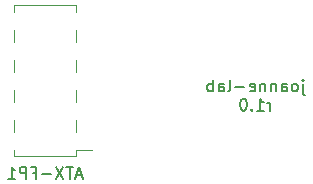
<source format=gbr>
%TF.GenerationSoftware,KiCad,Pcbnew,7.0.9-1.fc39*%
%TF.CreationDate,2023-11-25T21:30:58-08:00*%
%TF.ProjectId,supermicro-ATX-PCB,73757065-726d-4696-9372-6f2d4154582d,rev?*%
%TF.SameCoordinates,Original*%
%TF.FileFunction,Legend,Bot*%
%TF.FilePolarity,Positive*%
%FSLAX46Y46*%
G04 Gerber Fmt 4.6, Leading zero omitted, Abs format (unit mm)*
G04 Created by KiCad (PCBNEW 7.0.9-1.fc39) date 2023-11-25 21:30:58*
%MOMM*%
%LPD*%
G01*
G04 APERTURE LIST*
%ADD10C,0.150000*%
%ADD11C,0.120000*%
G04 APERTURE END LIST*
D10*
X123403809Y-73913152D02*
X123403809Y-74770295D01*
X123403809Y-74770295D02*
X123451428Y-74865533D01*
X123451428Y-74865533D02*
X123546666Y-74913152D01*
X123546666Y-74913152D02*
X123594285Y-74913152D01*
X123403809Y-73579819D02*
X123451428Y-73627438D01*
X123451428Y-73627438D02*
X123403809Y-73675057D01*
X123403809Y-73675057D02*
X123356190Y-73627438D01*
X123356190Y-73627438D02*
X123403809Y-73579819D01*
X123403809Y-73579819D02*
X123403809Y-73675057D01*
X122784762Y-74579819D02*
X122880000Y-74532200D01*
X122880000Y-74532200D02*
X122927619Y-74484580D01*
X122927619Y-74484580D02*
X122975238Y-74389342D01*
X122975238Y-74389342D02*
X122975238Y-74103628D01*
X122975238Y-74103628D02*
X122927619Y-74008390D01*
X122927619Y-74008390D02*
X122880000Y-73960771D01*
X122880000Y-73960771D02*
X122784762Y-73913152D01*
X122784762Y-73913152D02*
X122641905Y-73913152D01*
X122641905Y-73913152D02*
X122546667Y-73960771D01*
X122546667Y-73960771D02*
X122499048Y-74008390D01*
X122499048Y-74008390D02*
X122451429Y-74103628D01*
X122451429Y-74103628D02*
X122451429Y-74389342D01*
X122451429Y-74389342D02*
X122499048Y-74484580D01*
X122499048Y-74484580D02*
X122546667Y-74532200D01*
X122546667Y-74532200D02*
X122641905Y-74579819D01*
X122641905Y-74579819D02*
X122784762Y-74579819D01*
X121594286Y-74579819D02*
X121594286Y-74056009D01*
X121594286Y-74056009D02*
X121641905Y-73960771D01*
X121641905Y-73960771D02*
X121737143Y-73913152D01*
X121737143Y-73913152D02*
X121927619Y-73913152D01*
X121927619Y-73913152D02*
X122022857Y-73960771D01*
X121594286Y-74532200D02*
X121689524Y-74579819D01*
X121689524Y-74579819D02*
X121927619Y-74579819D01*
X121927619Y-74579819D02*
X122022857Y-74532200D01*
X122022857Y-74532200D02*
X122070476Y-74436961D01*
X122070476Y-74436961D02*
X122070476Y-74341723D01*
X122070476Y-74341723D02*
X122022857Y-74246485D01*
X122022857Y-74246485D02*
X121927619Y-74198866D01*
X121927619Y-74198866D02*
X121689524Y-74198866D01*
X121689524Y-74198866D02*
X121594286Y-74151247D01*
X121118095Y-73913152D02*
X121118095Y-74579819D01*
X121118095Y-74008390D02*
X121070476Y-73960771D01*
X121070476Y-73960771D02*
X120975238Y-73913152D01*
X120975238Y-73913152D02*
X120832381Y-73913152D01*
X120832381Y-73913152D02*
X120737143Y-73960771D01*
X120737143Y-73960771D02*
X120689524Y-74056009D01*
X120689524Y-74056009D02*
X120689524Y-74579819D01*
X120213333Y-73913152D02*
X120213333Y-74579819D01*
X120213333Y-74008390D02*
X120165714Y-73960771D01*
X120165714Y-73960771D02*
X120070476Y-73913152D01*
X120070476Y-73913152D02*
X119927619Y-73913152D01*
X119927619Y-73913152D02*
X119832381Y-73960771D01*
X119832381Y-73960771D02*
X119784762Y-74056009D01*
X119784762Y-74056009D02*
X119784762Y-74579819D01*
X118927619Y-74532200D02*
X119022857Y-74579819D01*
X119022857Y-74579819D02*
X119213333Y-74579819D01*
X119213333Y-74579819D02*
X119308571Y-74532200D01*
X119308571Y-74532200D02*
X119356190Y-74436961D01*
X119356190Y-74436961D02*
X119356190Y-74056009D01*
X119356190Y-74056009D02*
X119308571Y-73960771D01*
X119308571Y-73960771D02*
X119213333Y-73913152D01*
X119213333Y-73913152D02*
X119022857Y-73913152D01*
X119022857Y-73913152D02*
X118927619Y-73960771D01*
X118927619Y-73960771D02*
X118880000Y-74056009D01*
X118880000Y-74056009D02*
X118880000Y-74151247D01*
X118880000Y-74151247D02*
X119356190Y-74246485D01*
X118451428Y-74198866D02*
X117689524Y-74198866D01*
X117070476Y-74579819D02*
X117165714Y-74532200D01*
X117165714Y-74532200D02*
X117213333Y-74436961D01*
X117213333Y-74436961D02*
X117213333Y-73579819D01*
X116260952Y-74579819D02*
X116260952Y-74056009D01*
X116260952Y-74056009D02*
X116308571Y-73960771D01*
X116308571Y-73960771D02*
X116403809Y-73913152D01*
X116403809Y-73913152D02*
X116594285Y-73913152D01*
X116594285Y-73913152D02*
X116689523Y-73960771D01*
X116260952Y-74532200D02*
X116356190Y-74579819D01*
X116356190Y-74579819D02*
X116594285Y-74579819D01*
X116594285Y-74579819D02*
X116689523Y-74532200D01*
X116689523Y-74532200D02*
X116737142Y-74436961D01*
X116737142Y-74436961D02*
X116737142Y-74341723D01*
X116737142Y-74341723D02*
X116689523Y-74246485D01*
X116689523Y-74246485D02*
X116594285Y-74198866D01*
X116594285Y-74198866D02*
X116356190Y-74198866D01*
X116356190Y-74198866D02*
X116260952Y-74151247D01*
X115784761Y-74579819D02*
X115784761Y-73579819D01*
X115784761Y-73960771D02*
X115689523Y-73913152D01*
X115689523Y-73913152D02*
X115499047Y-73913152D01*
X115499047Y-73913152D02*
X115403809Y-73960771D01*
X115403809Y-73960771D02*
X115356190Y-74008390D01*
X115356190Y-74008390D02*
X115308571Y-74103628D01*
X115308571Y-74103628D02*
X115308571Y-74389342D01*
X115308571Y-74389342D02*
X115356190Y-74484580D01*
X115356190Y-74484580D02*
X115403809Y-74532200D01*
X115403809Y-74532200D02*
X115499047Y-74579819D01*
X115499047Y-74579819D02*
X115689523Y-74579819D01*
X115689523Y-74579819D02*
X115784761Y-74532200D01*
X120641904Y-76189819D02*
X120641904Y-75523152D01*
X120641904Y-75713628D02*
X120594285Y-75618390D01*
X120594285Y-75618390D02*
X120546666Y-75570771D01*
X120546666Y-75570771D02*
X120451428Y-75523152D01*
X120451428Y-75523152D02*
X120356190Y-75523152D01*
X119499047Y-76189819D02*
X120070475Y-76189819D01*
X119784761Y-76189819D02*
X119784761Y-75189819D01*
X119784761Y-75189819D02*
X119879999Y-75332676D01*
X119879999Y-75332676D02*
X119975237Y-75427914D01*
X119975237Y-75427914D02*
X120070475Y-75475533D01*
X119070475Y-76094580D02*
X119022856Y-76142200D01*
X119022856Y-76142200D02*
X119070475Y-76189819D01*
X119070475Y-76189819D02*
X119118094Y-76142200D01*
X119118094Y-76142200D02*
X119070475Y-76094580D01*
X119070475Y-76094580D02*
X119070475Y-76189819D01*
X118403809Y-75189819D02*
X118308571Y-75189819D01*
X118308571Y-75189819D02*
X118213333Y-75237438D01*
X118213333Y-75237438D02*
X118165714Y-75285057D01*
X118165714Y-75285057D02*
X118118095Y-75380295D01*
X118118095Y-75380295D02*
X118070476Y-75570771D01*
X118070476Y-75570771D02*
X118070476Y-75808866D01*
X118070476Y-75808866D02*
X118118095Y-75999342D01*
X118118095Y-75999342D02*
X118165714Y-76094580D01*
X118165714Y-76094580D02*
X118213333Y-76142200D01*
X118213333Y-76142200D02*
X118308571Y-76189819D01*
X118308571Y-76189819D02*
X118403809Y-76189819D01*
X118403809Y-76189819D02*
X118499047Y-76142200D01*
X118499047Y-76142200D02*
X118546666Y-76094580D01*
X118546666Y-76094580D02*
X118594285Y-75999342D01*
X118594285Y-75999342D02*
X118641904Y-75808866D01*
X118641904Y-75808866D02*
X118641904Y-75570771D01*
X118641904Y-75570771D02*
X118594285Y-75380295D01*
X118594285Y-75380295D02*
X118546666Y-75285057D01*
X118546666Y-75285057D02*
X118499047Y-75237438D01*
X118499047Y-75237438D02*
X118403809Y-75189819D01*
X104699047Y-81679104D02*
X104222857Y-81679104D01*
X104794285Y-81964819D02*
X104460952Y-80964819D01*
X104460952Y-80964819D02*
X104127619Y-81964819D01*
X103937142Y-80964819D02*
X103365714Y-80964819D01*
X103651428Y-81964819D02*
X103651428Y-80964819D01*
X103127618Y-80964819D02*
X102460952Y-81964819D01*
X102460952Y-80964819D02*
X103127618Y-81964819D01*
X102079999Y-81583866D02*
X101318095Y-81583866D01*
X100508571Y-81441009D02*
X100841904Y-81441009D01*
X100841904Y-81964819D02*
X100841904Y-80964819D01*
X100841904Y-80964819D02*
X100365714Y-80964819D01*
X99984761Y-81964819D02*
X99984761Y-80964819D01*
X99984761Y-80964819D02*
X99603809Y-80964819D01*
X99603809Y-80964819D02*
X99508571Y-81012438D01*
X99508571Y-81012438D02*
X99460952Y-81060057D01*
X99460952Y-81060057D02*
X99413333Y-81155295D01*
X99413333Y-81155295D02*
X99413333Y-81298152D01*
X99413333Y-81298152D02*
X99460952Y-81393390D01*
X99460952Y-81393390D02*
X99508571Y-81441009D01*
X99508571Y-81441009D02*
X99603809Y-81488628D01*
X99603809Y-81488628D02*
X99984761Y-81488628D01*
X98460952Y-81964819D02*
X99032380Y-81964819D01*
X98746666Y-81964819D02*
X98746666Y-80964819D01*
X98746666Y-80964819D02*
X98841904Y-81107676D01*
X98841904Y-81107676D02*
X98937142Y-81202914D01*
X98937142Y-81202914D02*
X99032380Y-81250533D01*
D11*
%TO.C,ATX-FP1*%
X104180000Y-72900000D02*
X104180000Y-71880000D01*
X104180000Y-75440000D02*
X104180000Y-74420000D01*
X98980000Y-67250000D02*
X104180000Y-67250000D01*
X98980000Y-75440000D02*
X98980000Y-74420000D01*
X98980000Y-80070000D02*
X104180000Y-80070000D01*
X104180000Y-79500000D02*
X105540000Y-79500000D01*
X104180000Y-77980000D02*
X104180000Y-76960000D01*
X98980000Y-77980000D02*
X98980000Y-76960000D01*
X104180000Y-67820000D02*
X104180000Y-67250000D01*
X98980000Y-72900000D02*
X98980000Y-71880000D01*
X104180000Y-80070000D02*
X104180000Y-79500000D01*
X98980000Y-70360000D02*
X98980000Y-69340000D01*
X98980000Y-80070000D02*
X98980000Y-79500000D01*
X98980000Y-67820000D02*
X98980000Y-67250000D01*
X104180000Y-70360000D02*
X104180000Y-69340000D01*
%TD*%
M02*

</source>
